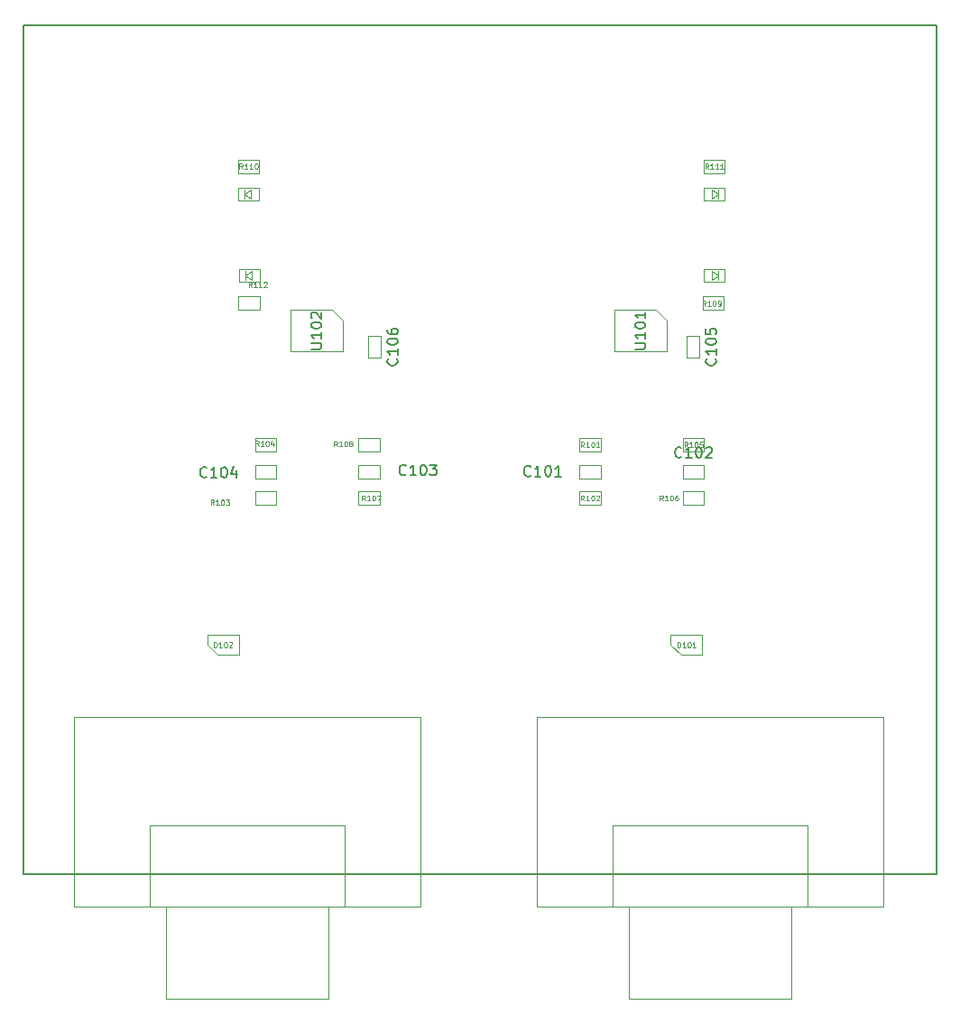
<source format=gbr>
G04 #@! TF.FileFunction,Other,Fab,Top*
%FSLAX46Y46*%
G04 Gerber Fmt 4.6, Leading zero omitted, Abs format (unit mm)*
G04 Created by KiCad (PCBNEW 4.0.7-e2-6376~58~ubuntu16.04.1) date Tue Nov 20 12:23:16 2018*
%MOMM*%
%LPD*%
G01*
G04 APERTURE LIST*
%ADD10C,0.100000*%
%ADD11C,0.150000*%
%ADD12C,0.075000*%
G04 APERTURE END LIST*
D10*
D11*
X151500000Y-133950000D02*
X65800000Y-133950000D01*
X65800000Y-133950000D02*
X65800000Y-54395000D01*
X151500000Y-54395000D02*
X151500000Y-133950000D01*
X65800000Y-54395000D02*
X151500000Y-54395000D01*
D10*
X87950000Y-79830000D02*
X87950000Y-81070000D01*
X85950000Y-79830000D02*
X87950000Y-79830000D01*
X85950000Y-81070000D02*
X85950000Y-79830000D01*
X87950000Y-81070000D02*
X85950000Y-81070000D01*
X129600000Y-68270000D02*
X129600000Y-67030000D01*
X131600000Y-68270000D02*
X129600000Y-68270000D01*
X131600000Y-67030000D02*
X131600000Y-68270000D01*
X129600000Y-67030000D02*
X131600000Y-67030000D01*
X86600000Y-77450000D02*
X86600000Y-78250000D01*
X86600000Y-77850000D02*
X87200000Y-77450000D01*
X87200000Y-78250000D02*
X86600000Y-77850000D01*
X87200000Y-77450000D02*
X87200000Y-78250000D01*
X86000000Y-78470000D02*
X86000000Y-77230000D01*
X88000000Y-78470000D02*
X86000000Y-78470000D01*
X88000000Y-77230000D02*
X88000000Y-78470000D01*
X86000000Y-77230000D02*
X88000000Y-77230000D01*
X131000000Y-70650000D02*
X131000000Y-69850000D01*
X131000000Y-70250000D02*
X130400000Y-70650000D01*
X130400000Y-69850000D02*
X131000000Y-70250000D01*
X130400000Y-70650000D02*
X130400000Y-69850000D01*
X131600000Y-69630000D02*
X131600000Y-70870000D01*
X129600000Y-69630000D02*
X131600000Y-69630000D01*
X129600000Y-70870000D02*
X129600000Y-69630000D01*
X131600000Y-70870000D02*
X129600000Y-70870000D01*
X117950000Y-96870000D02*
X117950000Y-95630000D01*
X119950000Y-96870000D02*
X117950000Y-96870000D01*
X119950000Y-95630000D02*
X119950000Y-96870000D01*
X117950000Y-95630000D02*
X119950000Y-95630000D01*
X127650000Y-96870000D02*
X127650000Y-95630000D01*
X129650000Y-96870000D02*
X127650000Y-96870000D01*
X129650000Y-95630000D02*
X129650000Y-96870000D01*
X127650000Y-95630000D02*
X129650000Y-95630000D01*
X99200000Y-95630000D02*
X99200000Y-96870000D01*
X97200000Y-95630000D02*
X99200000Y-95630000D01*
X97200000Y-96870000D02*
X97200000Y-95630000D01*
X99200000Y-96870000D02*
X97200000Y-96870000D01*
X89500000Y-95630000D02*
X89500000Y-96870000D01*
X87500000Y-95630000D02*
X89500000Y-95630000D01*
X87500000Y-96870000D02*
X87500000Y-95630000D01*
X89500000Y-96870000D02*
X87500000Y-96870000D01*
X127980000Y-83550000D02*
X129220000Y-83550000D01*
X127980000Y-85550000D02*
X127980000Y-83550000D01*
X129220000Y-85550000D02*
X127980000Y-85550000D01*
X129220000Y-83550000D02*
X129220000Y-85550000D01*
X98080000Y-83550000D02*
X99320000Y-83550000D01*
X98080000Y-85550000D02*
X98080000Y-83550000D01*
X99320000Y-85550000D02*
X98080000Y-85550000D01*
X99320000Y-83550000D02*
X99320000Y-85550000D01*
X146470000Y-119290000D02*
X113960000Y-119290000D01*
X113960000Y-119290000D02*
X113960000Y-137070000D01*
X113960000Y-137070000D02*
X146470000Y-137070000D01*
X146470000Y-137070000D02*
X146470000Y-119290000D01*
X139360000Y-137070000D02*
X139360000Y-129450000D01*
X139360000Y-129450000D02*
X121070000Y-129450000D01*
X121070000Y-129450000D02*
X121070000Y-137070000D01*
X137830000Y-137070000D02*
X137830000Y-145710000D01*
X137830000Y-145710000D02*
X122590000Y-145710000D01*
X122590000Y-145710000D02*
X122590000Y-137070000D01*
X103010000Y-119290000D02*
X70500000Y-119290000D01*
X70500000Y-119290000D02*
X70500000Y-137070000D01*
X70500000Y-137070000D02*
X103010000Y-137070000D01*
X103010000Y-137070000D02*
X103010000Y-119290000D01*
X95900000Y-137070000D02*
X95900000Y-129450000D01*
X95900000Y-129450000D02*
X77610000Y-129450000D01*
X77610000Y-129450000D02*
X77610000Y-137070000D01*
X94370000Y-137070000D02*
X94370000Y-145710000D01*
X94370000Y-145710000D02*
X79130000Y-145710000D01*
X79130000Y-145710000D02*
X79130000Y-137070000D01*
X119950000Y-93130000D02*
X119950000Y-94370000D01*
X117950000Y-93130000D02*
X119950000Y-93130000D01*
X117950000Y-94370000D02*
X117950000Y-93130000D01*
X119950000Y-94370000D02*
X117950000Y-94370000D01*
X119950000Y-98130000D02*
X119950000Y-99370000D01*
X117950000Y-98130000D02*
X119950000Y-98130000D01*
X117950000Y-99370000D02*
X117950000Y-98130000D01*
X119950000Y-99370000D02*
X117950000Y-99370000D01*
X89500000Y-98130000D02*
X89500000Y-99370000D01*
X87500000Y-98130000D02*
X89500000Y-98130000D01*
X87500000Y-99370000D02*
X87500000Y-98130000D01*
X89500000Y-99370000D02*
X87500000Y-99370000D01*
X89500000Y-93130000D02*
X89500000Y-94370000D01*
X87500000Y-93130000D02*
X89500000Y-93130000D01*
X87500000Y-94370000D02*
X87500000Y-93130000D01*
X89500000Y-94370000D02*
X87500000Y-94370000D01*
X129650000Y-93130000D02*
X129650000Y-94370000D01*
X127650000Y-93130000D02*
X129650000Y-93130000D01*
X127650000Y-94370000D02*
X127650000Y-93130000D01*
X129650000Y-94370000D02*
X127650000Y-94370000D01*
X129650000Y-98130000D02*
X129650000Y-99370000D01*
X127650000Y-98130000D02*
X129650000Y-98130000D01*
X127650000Y-99370000D02*
X127650000Y-98130000D01*
X129650000Y-99370000D02*
X127650000Y-99370000D01*
X99200000Y-98130000D02*
X99200000Y-99370000D01*
X97200000Y-98130000D02*
X99200000Y-98130000D01*
X97200000Y-99370000D02*
X97200000Y-98130000D01*
X99200000Y-99370000D02*
X97200000Y-99370000D01*
X99200000Y-93130000D02*
X99200000Y-94370000D01*
X97200000Y-93130000D02*
X99200000Y-93130000D01*
X97200000Y-94370000D02*
X97200000Y-93130000D01*
X99200000Y-94370000D02*
X97200000Y-94370000D01*
X126150000Y-82100000D02*
X126150000Y-85000000D01*
X126150000Y-85000000D02*
X121250000Y-85000000D01*
X121250000Y-85000000D02*
X121250000Y-81100000D01*
X121250000Y-81100000D02*
X125150000Y-81100000D01*
X125150000Y-81100000D02*
X126150000Y-82100000D01*
X95750000Y-82100000D02*
X95750000Y-85000000D01*
X95750000Y-85000000D02*
X90850000Y-85000000D01*
X90850000Y-85000000D02*
X90850000Y-81100000D01*
X90850000Y-81100000D02*
X94750000Y-81100000D01*
X94750000Y-81100000D02*
X95750000Y-82100000D01*
X131000000Y-78250000D02*
X131000000Y-77450000D01*
X131000000Y-77850000D02*
X130400000Y-78250000D01*
X130400000Y-77450000D02*
X131000000Y-77850000D01*
X130400000Y-78250000D02*
X130400000Y-77450000D01*
X131600000Y-77230000D02*
X131600000Y-78470000D01*
X129600000Y-77230000D02*
X131600000Y-77230000D01*
X129600000Y-78470000D02*
X129600000Y-77230000D01*
X131600000Y-78470000D02*
X129600000Y-78470000D01*
X86500000Y-69850000D02*
X86500000Y-70650000D01*
X86500000Y-70250000D02*
X87100000Y-69850000D01*
X87100000Y-70650000D02*
X86500000Y-70250000D01*
X87100000Y-69850000D02*
X87100000Y-70650000D01*
X85900000Y-70870000D02*
X85900000Y-69630000D01*
X87900000Y-70870000D02*
X85900000Y-70870000D01*
X87900000Y-69630000D02*
X87900000Y-70870000D01*
X85900000Y-69630000D02*
X87900000Y-69630000D01*
X129500000Y-81070000D02*
X129500000Y-79830000D01*
X131500000Y-81070000D02*
X129500000Y-81070000D01*
X131500000Y-79830000D02*
X131500000Y-81070000D01*
X129500000Y-79830000D02*
X131500000Y-79830000D01*
X87900000Y-67030000D02*
X87900000Y-68270000D01*
X85900000Y-67030000D02*
X87900000Y-67030000D01*
X85900000Y-68270000D02*
X85900000Y-67030000D01*
X87900000Y-68270000D02*
X85900000Y-68270000D01*
X127510000Y-113455000D02*
X129490000Y-113455000D01*
X126510000Y-112455000D02*
X126510000Y-111545000D01*
X127510000Y-113455000D02*
X126510000Y-112455000D01*
X126510000Y-111545000D02*
X129490000Y-111545000D01*
X129490000Y-113455000D02*
X129490000Y-111545000D01*
X84010000Y-113455000D02*
X85990000Y-113455000D01*
X83010000Y-112455000D02*
X83010000Y-111545000D01*
X84010000Y-113455000D02*
X83010000Y-112455000D01*
X83010000Y-111545000D02*
X85990000Y-111545000D01*
X85990000Y-113455000D02*
X85990000Y-111545000D01*
D12*
X87190477Y-78976190D02*
X87023810Y-78738095D01*
X86904763Y-78976190D02*
X86904763Y-78476190D01*
X87095239Y-78476190D01*
X87142858Y-78500000D01*
X87166667Y-78523810D01*
X87190477Y-78571429D01*
X87190477Y-78642857D01*
X87166667Y-78690476D01*
X87142858Y-78714286D01*
X87095239Y-78738095D01*
X86904763Y-78738095D01*
X87666667Y-78976190D02*
X87380953Y-78976190D01*
X87523810Y-78976190D02*
X87523810Y-78476190D01*
X87476191Y-78547619D01*
X87428572Y-78595238D01*
X87380953Y-78619048D01*
X88142857Y-78976190D02*
X87857143Y-78976190D01*
X88000000Y-78976190D02*
X88000000Y-78476190D01*
X87952381Y-78547619D01*
X87904762Y-78595238D01*
X87857143Y-78619048D01*
X88333333Y-78523810D02*
X88357143Y-78500000D01*
X88404762Y-78476190D01*
X88523809Y-78476190D01*
X88571428Y-78500000D01*
X88595238Y-78523810D01*
X88619047Y-78571429D01*
X88619047Y-78619048D01*
X88595238Y-78690476D01*
X88309524Y-78976190D01*
X88619047Y-78976190D01*
X130040477Y-67876190D02*
X129873810Y-67638095D01*
X129754763Y-67876190D02*
X129754763Y-67376190D01*
X129945239Y-67376190D01*
X129992858Y-67400000D01*
X130016667Y-67423810D01*
X130040477Y-67471429D01*
X130040477Y-67542857D01*
X130016667Y-67590476D01*
X129992858Y-67614286D01*
X129945239Y-67638095D01*
X129754763Y-67638095D01*
X130516667Y-67876190D02*
X130230953Y-67876190D01*
X130373810Y-67876190D02*
X130373810Y-67376190D01*
X130326191Y-67447619D01*
X130278572Y-67495238D01*
X130230953Y-67519048D01*
X130992857Y-67876190D02*
X130707143Y-67876190D01*
X130850000Y-67876190D02*
X130850000Y-67376190D01*
X130802381Y-67447619D01*
X130754762Y-67495238D01*
X130707143Y-67519048D01*
X131469047Y-67876190D02*
X131183333Y-67876190D01*
X131326190Y-67876190D02*
X131326190Y-67376190D01*
X131278571Y-67447619D01*
X131230952Y-67495238D01*
X131183333Y-67519048D01*
D11*
X113380953Y-96607143D02*
X113333334Y-96654762D01*
X113190477Y-96702381D01*
X113095239Y-96702381D01*
X112952381Y-96654762D01*
X112857143Y-96559524D01*
X112809524Y-96464286D01*
X112761905Y-96273810D01*
X112761905Y-96130952D01*
X112809524Y-95940476D01*
X112857143Y-95845238D01*
X112952381Y-95750000D01*
X113095239Y-95702381D01*
X113190477Y-95702381D01*
X113333334Y-95750000D01*
X113380953Y-95797619D01*
X114333334Y-96702381D02*
X113761905Y-96702381D01*
X114047619Y-96702381D02*
X114047619Y-95702381D01*
X113952381Y-95845238D01*
X113857143Y-95940476D01*
X113761905Y-95988095D01*
X114952381Y-95702381D02*
X115047620Y-95702381D01*
X115142858Y-95750000D01*
X115190477Y-95797619D01*
X115238096Y-95892857D01*
X115285715Y-96083333D01*
X115285715Y-96321429D01*
X115238096Y-96511905D01*
X115190477Y-96607143D01*
X115142858Y-96654762D01*
X115047620Y-96702381D01*
X114952381Y-96702381D01*
X114857143Y-96654762D01*
X114809524Y-96607143D01*
X114761905Y-96511905D01*
X114714286Y-96321429D01*
X114714286Y-96083333D01*
X114761905Y-95892857D01*
X114809524Y-95797619D01*
X114857143Y-95750000D01*
X114952381Y-95702381D01*
X116238096Y-96702381D02*
X115666667Y-96702381D01*
X115952381Y-96702381D02*
X115952381Y-95702381D01*
X115857143Y-95845238D01*
X115761905Y-95940476D01*
X115666667Y-95988095D01*
X127530953Y-94857143D02*
X127483334Y-94904762D01*
X127340477Y-94952381D01*
X127245239Y-94952381D01*
X127102381Y-94904762D01*
X127007143Y-94809524D01*
X126959524Y-94714286D01*
X126911905Y-94523810D01*
X126911905Y-94380952D01*
X126959524Y-94190476D01*
X127007143Y-94095238D01*
X127102381Y-94000000D01*
X127245239Y-93952381D01*
X127340477Y-93952381D01*
X127483334Y-94000000D01*
X127530953Y-94047619D01*
X128483334Y-94952381D02*
X127911905Y-94952381D01*
X128197619Y-94952381D02*
X128197619Y-93952381D01*
X128102381Y-94095238D01*
X128007143Y-94190476D01*
X127911905Y-94238095D01*
X129102381Y-93952381D02*
X129197620Y-93952381D01*
X129292858Y-94000000D01*
X129340477Y-94047619D01*
X129388096Y-94142857D01*
X129435715Y-94333333D01*
X129435715Y-94571429D01*
X129388096Y-94761905D01*
X129340477Y-94857143D01*
X129292858Y-94904762D01*
X129197620Y-94952381D01*
X129102381Y-94952381D01*
X129007143Y-94904762D01*
X128959524Y-94857143D01*
X128911905Y-94761905D01*
X128864286Y-94571429D01*
X128864286Y-94333333D01*
X128911905Y-94142857D01*
X128959524Y-94047619D01*
X129007143Y-94000000D01*
X129102381Y-93952381D01*
X129816667Y-94047619D02*
X129864286Y-94000000D01*
X129959524Y-93952381D01*
X130197620Y-93952381D01*
X130292858Y-94000000D01*
X130340477Y-94047619D01*
X130388096Y-94142857D01*
X130388096Y-94238095D01*
X130340477Y-94380952D01*
X129769048Y-94952381D01*
X130388096Y-94952381D01*
X101680953Y-96507143D02*
X101633334Y-96554762D01*
X101490477Y-96602381D01*
X101395239Y-96602381D01*
X101252381Y-96554762D01*
X101157143Y-96459524D01*
X101109524Y-96364286D01*
X101061905Y-96173810D01*
X101061905Y-96030952D01*
X101109524Y-95840476D01*
X101157143Y-95745238D01*
X101252381Y-95650000D01*
X101395239Y-95602381D01*
X101490477Y-95602381D01*
X101633334Y-95650000D01*
X101680953Y-95697619D01*
X102633334Y-96602381D02*
X102061905Y-96602381D01*
X102347619Y-96602381D02*
X102347619Y-95602381D01*
X102252381Y-95745238D01*
X102157143Y-95840476D01*
X102061905Y-95888095D01*
X103252381Y-95602381D02*
X103347620Y-95602381D01*
X103442858Y-95650000D01*
X103490477Y-95697619D01*
X103538096Y-95792857D01*
X103585715Y-95983333D01*
X103585715Y-96221429D01*
X103538096Y-96411905D01*
X103490477Y-96507143D01*
X103442858Y-96554762D01*
X103347620Y-96602381D01*
X103252381Y-96602381D01*
X103157143Y-96554762D01*
X103109524Y-96507143D01*
X103061905Y-96411905D01*
X103014286Y-96221429D01*
X103014286Y-95983333D01*
X103061905Y-95792857D01*
X103109524Y-95697619D01*
X103157143Y-95650000D01*
X103252381Y-95602381D01*
X103919048Y-95602381D02*
X104538096Y-95602381D01*
X104204762Y-95983333D01*
X104347620Y-95983333D01*
X104442858Y-96030952D01*
X104490477Y-96078571D01*
X104538096Y-96173810D01*
X104538096Y-96411905D01*
X104490477Y-96507143D01*
X104442858Y-96554762D01*
X104347620Y-96602381D01*
X104061905Y-96602381D01*
X103966667Y-96554762D01*
X103919048Y-96507143D01*
X82980953Y-96707143D02*
X82933334Y-96754762D01*
X82790477Y-96802381D01*
X82695239Y-96802381D01*
X82552381Y-96754762D01*
X82457143Y-96659524D01*
X82409524Y-96564286D01*
X82361905Y-96373810D01*
X82361905Y-96230952D01*
X82409524Y-96040476D01*
X82457143Y-95945238D01*
X82552381Y-95850000D01*
X82695239Y-95802381D01*
X82790477Y-95802381D01*
X82933334Y-95850000D01*
X82980953Y-95897619D01*
X83933334Y-96802381D02*
X83361905Y-96802381D01*
X83647619Y-96802381D02*
X83647619Y-95802381D01*
X83552381Y-95945238D01*
X83457143Y-96040476D01*
X83361905Y-96088095D01*
X84552381Y-95802381D02*
X84647620Y-95802381D01*
X84742858Y-95850000D01*
X84790477Y-95897619D01*
X84838096Y-95992857D01*
X84885715Y-96183333D01*
X84885715Y-96421429D01*
X84838096Y-96611905D01*
X84790477Y-96707143D01*
X84742858Y-96754762D01*
X84647620Y-96802381D01*
X84552381Y-96802381D01*
X84457143Y-96754762D01*
X84409524Y-96707143D01*
X84361905Y-96611905D01*
X84314286Y-96421429D01*
X84314286Y-96183333D01*
X84361905Y-95992857D01*
X84409524Y-95897619D01*
X84457143Y-95850000D01*
X84552381Y-95802381D01*
X85742858Y-96135714D02*
X85742858Y-96802381D01*
X85504762Y-95754762D02*
X85266667Y-96469048D01*
X85885715Y-96469048D01*
X130707143Y-85669047D02*
X130754762Y-85716666D01*
X130802381Y-85859523D01*
X130802381Y-85954761D01*
X130754762Y-86097619D01*
X130659524Y-86192857D01*
X130564286Y-86240476D01*
X130373810Y-86288095D01*
X130230952Y-86288095D01*
X130040476Y-86240476D01*
X129945238Y-86192857D01*
X129850000Y-86097619D01*
X129802381Y-85954761D01*
X129802381Y-85859523D01*
X129850000Y-85716666D01*
X129897619Y-85669047D01*
X130802381Y-84716666D02*
X130802381Y-85288095D01*
X130802381Y-85002381D02*
X129802381Y-85002381D01*
X129945238Y-85097619D01*
X130040476Y-85192857D01*
X130088095Y-85288095D01*
X129802381Y-84097619D02*
X129802381Y-84002380D01*
X129850000Y-83907142D01*
X129897619Y-83859523D01*
X129992857Y-83811904D01*
X130183333Y-83764285D01*
X130421429Y-83764285D01*
X130611905Y-83811904D01*
X130707143Y-83859523D01*
X130754762Y-83907142D01*
X130802381Y-84002380D01*
X130802381Y-84097619D01*
X130754762Y-84192857D01*
X130707143Y-84240476D01*
X130611905Y-84288095D01*
X130421429Y-84335714D01*
X130183333Y-84335714D01*
X129992857Y-84288095D01*
X129897619Y-84240476D01*
X129850000Y-84192857D01*
X129802381Y-84097619D01*
X129802381Y-82859523D02*
X129802381Y-83335714D01*
X130278571Y-83383333D01*
X130230952Y-83335714D01*
X130183333Y-83240476D01*
X130183333Y-83002380D01*
X130230952Y-82907142D01*
X130278571Y-82859523D01*
X130373810Y-82811904D01*
X130611905Y-82811904D01*
X130707143Y-82859523D01*
X130754762Y-82907142D01*
X130802381Y-83002380D01*
X130802381Y-83240476D01*
X130754762Y-83335714D01*
X130707143Y-83383333D01*
X100807143Y-85669047D02*
X100854762Y-85716666D01*
X100902381Y-85859523D01*
X100902381Y-85954761D01*
X100854762Y-86097619D01*
X100759524Y-86192857D01*
X100664286Y-86240476D01*
X100473810Y-86288095D01*
X100330952Y-86288095D01*
X100140476Y-86240476D01*
X100045238Y-86192857D01*
X99950000Y-86097619D01*
X99902381Y-85954761D01*
X99902381Y-85859523D01*
X99950000Y-85716666D01*
X99997619Y-85669047D01*
X100902381Y-84716666D02*
X100902381Y-85288095D01*
X100902381Y-85002381D02*
X99902381Y-85002381D01*
X100045238Y-85097619D01*
X100140476Y-85192857D01*
X100188095Y-85288095D01*
X99902381Y-84097619D02*
X99902381Y-84002380D01*
X99950000Y-83907142D01*
X99997619Y-83859523D01*
X100092857Y-83811904D01*
X100283333Y-83764285D01*
X100521429Y-83764285D01*
X100711905Y-83811904D01*
X100807143Y-83859523D01*
X100854762Y-83907142D01*
X100902381Y-84002380D01*
X100902381Y-84097619D01*
X100854762Y-84192857D01*
X100807143Y-84240476D01*
X100711905Y-84288095D01*
X100521429Y-84335714D01*
X100283333Y-84335714D01*
X100092857Y-84288095D01*
X99997619Y-84240476D01*
X99950000Y-84192857D01*
X99902381Y-84097619D01*
X99902381Y-82907142D02*
X99902381Y-83097619D01*
X99950000Y-83192857D01*
X99997619Y-83240476D01*
X100140476Y-83335714D01*
X100330952Y-83383333D01*
X100711905Y-83383333D01*
X100807143Y-83335714D01*
X100854762Y-83288095D01*
X100902381Y-83192857D01*
X100902381Y-83002380D01*
X100854762Y-82907142D01*
X100807143Y-82859523D01*
X100711905Y-82811904D01*
X100473810Y-82811904D01*
X100378571Y-82859523D01*
X100330952Y-82907142D01*
X100283333Y-83002380D01*
X100283333Y-83192857D01*
X100330952Y-83288095D01*
X100378571Y-83335714D01*
X100473810Y-83383333D01*
D12*
X118390477Y-93976190D02*
X118223810Y-93738095D01*
X118104763Y-93976190D02*
X118104763Y-93476190D01*
X118295239Y-93476190D01*
X118342858Y-93500000D01*
X118366667Y-93523810D01*
X118390477Y-93571429D01*
X118390477Y-93642857D01*
X118366667Y-93690476D01*
X118342858Y-93714286D01*
X118295239Y-93738095D01*
X118104763Y-93738095D01*
X118866667Y-93976190D02*
X118580953Y-93976190D01*
X118723810Y-93976190D02*
X118723810Y-93476190D01*
X118676191Y-93547619D01*
X118628572Y-93595238D01*
X118580953Y-93619048D01*
X119176191Y-93476190D02*
X119223810Y-93476190D01*
X119271429Y-93500000D01*
X119295238Y-93523810D01*
X119319048Y-93571429D01*
X119342857Y-93666667D01*
X119342857Y-93785714D01*
X119319048Y-93880952D01*
X119295238Y-93928571D01*
X119271429Y-93952381D01*
X119223810Y-93976190D01*
X119176191Y-93976190D01*
X119128572Y-93952381D01*
X119104762Y-93928571D01*
X119080953Y-93880952D01*
X119057143Y-93785714D01*
X119057143Y-93666667D01*
X119080953Y-93571429D01*
X119104762Y-93523810D01*
X119128572Y-93500000D01*
X119176191Y-93476190D01*
X119819047Y-93976190D02*
X119533333Y-93976190D01*
X119676190Y-93976190D02*
X119676190Y-93476190D01*
X119628571Y-93547619D01*
X119580952Y-93595238D01*
X119533333Y-93619048D01*
X118390477Y-98976190D02*
X118223810Y-98738095D01*
X118104763Y-98976190D02*
X118104763Y-98476190D01*
X118295239Y-98476190D01*
X118342858Y-98500000D01*
X118366667Y-98523810D01*
X118390477Y-98571429D01*
X118390477Y-98642857D01*
X118366667Y-98690476D01*
X118342858Y-98714286D01*
X118295239Y-98738095D01*
X118104763Y-98738095D01*
X118866667Y-98976190D02*
X118580953Y-98976190D01*
X118723810Y-98976190D02*
X118723810Y-98476190D01*
X118676191Y-98547619D01*
X118628572Y-98595238D01*
X118580953Y-98619048D01*
X119176191Y-98476190D02*
X119223810Y-98476190D01*
X119271429Y-98500000D01*
X119295238Y-98523810D01*
X119319048Y-98571429D01*
X119342857Y-98666667D01*
X119342857Y-98785714D01*
X119319048Y-98880952D01*
X119295238Y-98928571D01*
X119271429Y-98952381D01*
X119223810Y-98976190D01*
X119176191Y-98976190D01*
X119128572Y-98952381D01*
X119104762Y-98928571D01*
X119080953Y-98880952D01*
X119057143Y-98785714D01*
X119057143Y-98666667D01*
X119080953Y-98571429D01*
X119104762Y-98523810D01*
X119128572Y-98500000D01*
X119176191Y-98476190D01*
X119533333Y-98523810D02*
X119557143Y-98500000D01*
X119604762Y-98476190D01*
X119723809Y-98476190D01*
X119771428Y-98500000D01*
X119795238Y-98523810D01*
X119819047Y-98571429D01*
X119819047Y-98619048D01*
X119795238Y-98690476D01*
X119509524Y-98976190D01*
X119819047Y-98976190D01*
X83640477Y-99376190D02*
X83473810Y-99138095D01*
X83354763Y-99376190D02*
X83354763Y-98876190D01*
X83545239Y-98876190D01*
X83592858Y-98900000D01*
X83616667Y-98923810D01*
X83640477Y-98971429D01*
X83640477Y-99042857D01*
X83616667Y-99090476D01*
X83592858Y-99114286D01*
X83545239Y-99138095D01*
X83354763Y-99138095D01*
X84116667Y-99376190D02*
X83830953Y-99376190D01*
X83973810Y-99376190D02*
X83973810Y-98876190D01*
X83926191Y-98947619D01*
X83878572Y-98995238D01*
X83830953Y-99019048D01*
X84426191Y-98876190D02*
X84473810Y-98876190D01*
X84521429Y-98900000D01*
X84545238Y-98923810D01*
X84569048Y-98971429D01*
X84592857Y-99066667D01*
X84592857Y-99185714D01*
X84569048Y-99280952D01*
X84545238Y-99328571D01*
X84521429Y-99352381D01*
X84473810Y-99376190D01*
X84426191Y-99376190D01*
X84378572Y-99352381D01*
X84354762Y-99328571D01*
X84330953Y-99280952D01*
X84307143Y-99185714D01*
X84307143Y-99066667D01*
X84330953Y-98971429D01*
X84354762Y-98923810D01*
X84378572Y-98900000D01*
X84426191Y-98876190D01*
X84759524Y-98876190D02*
X85069047Y-98876190D01*
X84902381Y-99066667D01*
X84973809Y-99066667D01*
X85021428Y-99090476D01*
X85045238Y-99114286D01*
X85069047Y-99161905D01*
X85069047Y-99280952D01*
X85045238Y-99328571D01*
X85021428Y-99352381D01*
X84973809Y-99376190D01*
X84830952Y-99376190D01*
X84783333Y-99352381D01*
X84759524Y-99328571D01*
X87840477Y-93876190D02*
X87673810Y-93638095D01*
X87554763Y-93876190D02*
X87554763Y-93376190D01*
X87745239Y-93376190D01*
X87792858Y-93400000D01*
X87816667Y-93423810D01*
X87840477Y-93471429D01*
X87840477Y-93542857D01*
X87816667Y-93590476D01*
X87792858Y-93614286D01*
X87745239Y-93638095D01*
X87554763Y-93638095D01*
X88316667Y-93876190D02*
X88030953Y-93876190D01*
X88173810Y-93876190D02*
X88173810Y-93376190D01*
X88126191Y-93447619D01*
X88078572Y-93495238D01*
X88030953Y-93519048D01*
X88626191Y-93376190D02*
X88673810Y-93376190D01*
X88721429Y-93400000D01*
X88745238Y-93423810D01*
X88769048Y-93471429D01*
X88792857Y-93566667D01*
X88792857Y-93685714D01*
X88769048Y-93780952D01*
X88745238Y-93828571D01*
X88721429Y-93852381D01*
X88673810Y-93876190D01*
X88626191Y-93876190D01*
X88578572Y-93852381D01*
X88554762Y-93828571D01*
X88530953Y-93780952D01*
X88507143Y-93685714D01*
X88507143Y-93566667D01*
X88530953Y-93471429D01*
X88554762Y-93423810D01*
X88578572Y-93400000D01*
X88626191Y-93376190D01*
X89221428Y-93542857D02*
X89221428Y-93876190D01*
X89102381Y-93352381D02*
X88983333Y-93709524D01*
X89292857Y-93709524D01*
X128090477Y-93976190D02*
X127923810Y-93738095D01*
X127804763Y-93976190D02*
X127804763Y-93476190D01*
X127995239Y-93476190D01*
X128042858Y-93500000D01*
X128066667Y-93523810D01*
X128090477Y-93571429D01*
X128090477Y-93642857D01*
X128066667Y-93690476D01*
X128042858Y-93714286D01*
X127995239Y-93738095D01*
X127804763Y-93738095D01*
X128566667Y-93976190D02*
X128280953Y-93976190D01*
X128423810Y-93976190D02*
X128423810Y-93476190D01*
X128376191Y-93547619D01*
X128328572Y-93595238D01*
X128280953Y-93619048D01*
X128876191Y-93476190D02*
X128923810Y-93476190D01*
X128971429Y-93500000D01*
X128995238Y-93523810D01*
X129019048Y-93571429D01*
X129042857Y-93666667D01*
X129042857Y-93785714D01*
X129019048Y-93880952D01*
X128995238Y-93928571D01*
X128971429Y-93952381D01*
X128923810Y-93976190D01*
X128876191Y-93976190D01*
X128828572Y-93952381D01*
X128804762Y-93928571D01*
X128780953Y-93880952D01*
X128757143Y-93785714D01*
X128757143Y-93666667D01*
X128780953Y-93571429D01*
X128804762Y-93523810D01*
X128828572Y-93500000D01*
X128876191Y-93476190D01*
X129495238Y-93476190D02*
X129257143Y-93476190D01*
X129233333Y-93714286D01*
X129257143Y-93690476D01*
X129304762Y-93666667D01*
X129423809Y-93666667D01*
X129471428Y-93690476D01*
X129495238Y-93714286D01*
X129519047Y-93761905D01*
X129519047Y-93880952D01*
X129495238Y-93928571D01*
X129471428Y-93952381D01*
X129423809Y-93976190D01*
X129304762Y-93976190D01*
X129257143Y-93952381D01*
X129233333Y-93928571D01*
X125790477Y-98976190D02*
X125623810Y-98738095D01*
X125504763Y-98976190D02*
X125504763Y-98476190D01*
X125695239Y-98476190D01*
X125742858Y-98500000D01*
X125766667Y-98523810D01*
X125790477Y-98571429D01*
X125790477Y-98642857D01*
X125766667Y-98690476D01*
X125742858Y-98714286D01*
X125695239Y-98738095D01*
X125504763Y-98738095D01*
X126266667Y-98976190D02*
X125980953Y-98976190D01*
X126123810Y-98976190D02*
X126123810Y-98476190D01*
X126076191Y-98547619D01*
X126028572Y-98595238D01*
X125980953Y-98619048D01*
X126576191Y-98476190D02*
X126623810Y-98476190D01*
X126671429Y-98500000D01*
X126695238Y-98523810D01*
X126719048Y-98571429D01*
X126742857Y-98666667D01*
X126742857Y-98785714D01*
X126719048Y-98880952D01*
X126695238Y-98928571D01*
X126671429Y-98952381D01*
X126623810Y-98976190D01*
X126576191Y-98976190D01*
X126528572Y-98952381D01*
X126504762Y-98928571D01*
X126480953Y-98880952D01*
X126457143Y-98785714D01*
X126457143Y-98666667D01*
X126480953Y-98571429D01*
X126504762Y-98523810D01*
X126528572Y-98500000D01*
X126576191Y-98476190D01*
X127171428Y-98476190D02*
X127076190Y-98476190D01*
X127028571Y-98500000D01*
X127004762Y-98523810D01*
X126957143Y-98595238D01*
X126933333Y-98690476D01*
X126933333Y-98880952D01*
X126957143Y-98928571D01*
X126980952Y-98952381D01*
X127028571Y-98976190D01*
X127123809Y-98976190D01*
X127171428Y-98952381D01*
X127195238Y-98928571D01*
X127219047Y-98880952D01*
X127219047Y-98761905D01*
X127195238Y-98714286D01*
X127171428Y-98690476D01*
X127123809Y-98666667D01*
X127028571Y-98666667D01*
X126980952Y-98690476D01*
X126957143Y-98714286D01*
X126933333Y-98761905D01*
X97840477Y-98976190D02*
X97673810Y-98738095D01*
X97554763Y-98976190D02*
X97554763Y-98476190D01*
X97745239Y-98476190D01*
X97792858Y-98500000D01*
X97816667Y-98523810D01*
X97840477Y-98571429D01*
X97840477Y-98642857D01*
X97816667Y-98690476D01*
X97792858Y-98714286D01*
X97745239Y-98738095D01*
X97554763Y-98738095D01*
X98316667Y-98976190D02*
X98030953Y-98976190D01*
X98173810Y-98976190D02*
X98173810Y-98476190D01*
X98126191Y-98547619D01*
X98078572Y-98595238D01*
X98030953Y-98619048D01*
X98626191Y-98476190D02*
X98673810Y-98476190D01*
X98721429Y-98500000D01*
X98745238Y-98523810D01*
X98769048Y-98571429D01*
X98792857Y-98666667D01*
X98792857Y-98785714D01*
X98769048Y-98880952D01*
X98745238Y-98928571D01*
X98721429Y-98952381D01*
X98673810Y-98976190D01*
X98626191Y-98976190D01*
X98578572Y-98952381D01*
X98554762Y-98928571D01*
X98530953Y-98880952D01*
X98507143Y-98785714D01*
X98507143Y-98666667D01*
X98530953Y-98571429D01*
X98554762Y-98523810D01*
X98578572Y-98500000D01*
X98626191Y-98476190D01*
X98959524Y-98476190D02*
X99292857Y-98476190D01*
X99078571Y-98976190D01*
X95215477Y-93901190D02*
X95048810Y-93663095D01*
X94929763Y-93901190D02*
X94929763Y-93401190D01*
X95120239Y-93401190D01*
X95167858Y-93425000D01*
X95191667Y-93448810D01*
X95215477Y-93496429D01*
X95215477Y-93567857D01*
X95191667Y-93615476D01*
X95167858Y-93639286D01*
X95120239Y-93663095D01*
X94929763Y-93663095D01*
X95691667Y-93901190D02*
X95405953Y-93901190D01*
X95548810Y-93901190D02*
X95548810Y-93401190D01*
X95501191Y-93472619D01*
X95453572Y-93520238D01*
X95405953Y-93544048D01*
X96001191Y-93401190D02*
X96048810Y-93401190D01*
X96096429Y-93425000D01*
X96120238Y-93448810D01*
X96144048Y-93496429D01*
X96167857Y-93591667D01*
X96167857Y-93710714D01*
X96144048Y-93805952D01*
X96120238Y-93853571D01*
X96096429Y-93877381D01*
X96048810Y-93901190D01*
X96001191Y-93901190D01*
X95953572Y-93877381D01*
X95929762Y-93853571D01*
X95905953Y-93805952D01*
X95882143Y-93710714D01*
X95882143Y-93591667D01*
X95905953Y-93496429D01*
X95929762Y-93448810D01*
X95953572Y-93425000D01*
X96001191Y-93401190D01*
X96453571Y-93615476D02*
X96405952Y-93591667D01*
X96382143Y-93567857D01*
X96358333Y-93520238D01*
X96358333Y-93496429D01*
X96382143Y-93448810D01*
X96405952Y-93425000D01*
X96453571Y-93401190D01*
X96548809Y-93401190D01*
X96596428Y-93425000D01*
X96620238Y-93448810D01*
X96644047Y-93496429D01*
X96644047Y-93520238D01*
X96620238Y-93567857D01*
X96596428Y-93591667D01*
X96548809Y-93615476D01*
X96453571Y-93615476D01*
X96405952Y-93639286D01*
X96382143Y-93663095D01*
X96358333Y-93710714D01*
X96358333Y-93805952D01*
X96382143Y-93853571D01*
X96405952Y-93877381D01*
X96453571Y-93901190D01*
X96548809Y-93901190D01*
X96596428Y-93877381D01*
X96620238Y-93853571D01*
X96644047Y-93805952D01*
X96644047Y-93710714D01*
X96620238Y-93663095D01*
X96596428Y-93639286D01*
X96548809Y-93615476D01*
D11*
X123152381Y-84764286D02*
X123961905Y-84764286D01*
X124057143Y-84716667D01*
X124104762Y-84669048D01*
X124152381Y-84573810D01*
X124152381Y-84383333D01*
X124104762Y-84288095D01*
X124057143Y-84240476D01*
X123961905Y-84192857D01*
X123152381Y-84192857D01*
X124152381Y-83192857D02*
X124152381Y-83764286D01*
X124152381Y-83478572D02*
X123152381Y-83478572D01*
X123295238Y-83573810D01*
X123390476Y-83669048D01*
X123438095Y-83764286D01*
X123152381Y-82573810D02*
X123152381Y-82478571D01*
X123200000Y-82383333D01*
X123247619Y-82335714D01*
X123342857Y-82288095D01*
X123533333Y-82240476D01*
X123771429Y-82240476D01*
X123961905Y-82288095D01*
X124057143Y-82335714D01*
X124104762Y-82383333D01*
X124152381Y-82478571D01*
X124152381Y-82573810D01*
X124104762Y-82669048D01*
X124057143Y-82716667D01*
X123961905Y-82764286D01*
X123771429Y-82811905D01*
X123533333Y-82811905D01*
X123342857Y-82764286D01*
X123247619Y-82716667D01*
X123200000Y-82669048D01*
X123152381Y-82573810D01*
X124152381Y-81288095D02*
X124152381Y-81859524D01*
X124152381Y-81573810D02*
X123152381Y-81573810D01*
X123295238Y-81669048D01*
X123390476Y-81764286D01*
X123438095Y-81859524D01*
X92752381Y-84764286D02*
X93561905Y-84764286D01*
X93657143Y-84716667D01*
X93704762Y-84669048D01*
X93752381Y-84573810D01*
X93752381Y-84383333D01*
X93704762Y-84288095D01*
X93657143Y-84240476D01*
X93561905Y-84192857D01*
X92752381Y-84192857D01*
X93752381Y-83192857D02*
X93752381Y-83764286D01*
X93752381Y-83478572D02*
X92752381Y-83478572D01*
X92895238Y-83573810D01*
X92990476Y-83669048D01*
X93038095Y-83764286D01*
X92752381Y-82573810D02*
X92752381Y-82478571D01*
X92800000Y-82383333D01*
X92847619Y-82335714D01*
X92942857Y-82288095D01*
X93133333Y-82240476D01*
X93371429Y-82240476D01*
X93561905Y-82288095D01*
X93657143Y-82335714D01*
X93704762Y-82383333D01*
X93752381Y-82478571D01*
X93752381Y-82573810D01*
X93704762Y-82669048D01*
X93657143Y-82716667D01*
X93561905Y-82764286D01*
X93371429Y-82811905D01*
X93133333Y-82811905D01*
X92942857Y-82764286D01*
X92847619Y-82716667D01*
X92800000Y-82669048D01*
X92752381Y-82573810D01*
X92847619Y-81859524D02*
X92800000Y-81811905D01*
X92752381Y-81716667D01*
X92752381Y-81478571D01*
X92800000Y-81383333D01*
X92847619Y-81335714D01*
X92942857Y-81288095D01*
X93038095Y-81288095D01*
X93180952Y-81335714D01*
X93752381Y-81907143D01*
X93752381Y-81288095D01*
D12*
X129787977Y-80731189D02*
X129621310Y-80493094D01*
X129502263Y-80731189D02*
X129502263Y-80231189D01*
X129692739Y-80231189D01*
X129740358Y-80254999D01*
X129764167Y-80278809D01*
X129787977Y-80326428D01*
X129787977Y-80397856D01*
X129764167Y-80445475D01*
X129740358Y-80469285D01*
X129692739Y-80493094D01*
X129502263Y-80493094D01*
X130264167Y-80731189D02*
X129978453Y-80731189D01*
X130121310Y-80731189D02*
X130121310Y-80231189D01*
X130073691Y-80302618D01*
X130026072Y-80350237D01*
X129978453Y-80374047D01*
X130573691Y-80231189D02*
X130621310Y-80231189D01*
X130668929Y-80254999D01*
X130692738Y-80278809D01*
X130716548Y-80326428D01*
X130740357Y-80421666D01*
X130740357Y-80540713D01*
X130716548Y-80635951D01*
X130692738Y-80683570D01*
X130668929Y-80707380D01*
X130621310Y-80731189D01*
X130573691Y-80731189D01*
X130526072Y-80707380D01*
X130502262Y-80683570D01*
X130478453Y-80635951D01*
X130454643Y-80540713D01*
X130454643Y-80421666D01*
X130478453Y-80326428D01*
X130502262Y-80278809D01*
X130526072Y-80254999D01*
X130573691Y-80231189D01*
X130978452Y-80731189D02*
X131073690Y-80731189D01*
X131121309Y-80707380D01*
X131145119Y-80683570D01*
X131192738Y-80612142D01*
X131216547Y-80516904D01*
X131216547Y-80326428D01*
X131192738Y-80278809D01*
X131168928Y-80254999D01*
X131121309Y-80231189D01*
X131026071Y-80231189D01*
X130978452Y-80254999D01*
X130954643Y-80278809D01*
X130930833Y-80326428D01*
X130930833Y-80445475D01*
X130954643Y-80493094D01*
X130978452Y-80516904D01*
X131026071Y-80540713D01*
X131121309Y-80540713D01*
X131168928Y-80516904D01*
X131192738Y-80493094D01*
X131216547Y-80445475D01*
X86340477Y-67876190D02*
X86173810Y-67638095D01*
X86054763Y-67876190D02*
X86054763Y-67376190D01*
X86245239Y-67376190D01*
X86292858Y-67400000D01*
X86316667Y-67423810D01*
X86340477Y-67471429D01*
X86340477Y-67542857D01*
X86316667Y-67590476D01*
X86292858Y-67614286D01*
X86245239Y-67638095D01*
X86054763Y-67638095D01*
X86816667Y-67876190D02*
X86530953Y-67876190D01*
X86673810Y-67876190D02*
X86673810Y-67376190D01*
X86626191Y-67447619D01*
X86578572Y-67495238D01*
X86530953Y-67519048D01*
X87292857Y-67876190D02*
X87007143Y-67876190D01*
X87150000Y-67876190D02*
X87150000Y-67376190D01*
X87102381Y-67447619D01*
X87054762Y-67495238D01*
X87007143Y-67519048D01*
X87602381Y-67376190D02*
X87650000Y-67376190D01*
X87697619Y-67400000D01*
X87721428Y-67423810D01*
X87745238Y-67471429D01*
X87769047Y-67566667D01*
X87769047Y-67685714D01*
X87745238Y-67780952D01*
X87721428Y-67828571D01*
X87697619Y-67852381D01*
X87650000Y-67876190D01*
X87602381Y-67876190D01*
X87554762Y-67852381D01*
X87530952Y-67828571D01*
X87507143Y-67780952D01*
X87483333Y-67685714D01*
X87483333Y-67566667D01*
X87507143Y-67471429D01*
X87530952Y-67423810D01*
X87554762Y-67400000D01*
X87602381Y-67376190D01*
X127154763Y-112726190D02*
X127154763Y-112226190D01*
X127273810Y-112226190D01*
X127345239Y-112250000D01*
X127392858Y-112297619D01*
X127416667Y-112345238D01*
X127440477Y-112440476D01*
X127440477Y-112511905D01*
X127416667Y-112607143D01*
X127392858Y-112654762D01*
X127345239Y-112702381D01*
X127273810Y-112726190D01*
X127154763Y-112726190D01*
X127916667Y-112726190D02*
X127630953Y-112726190D01*
X127773810Y-112726190D02*
X127773810Y-112226190D01*
X127726191Y-112297619D01*
X127678572Y-112345238D01*
X127630953Y-112369048D01*
X128226191Y-112226190D02*
X128273810Y-112226190D01*
X128321429Y-112250000D01*
X128345238Y-112273810D01*
X128369048Y-112321429D01*
X128392857Y-112416667D01*
X128392857Y-112535714D01*
X128369048Y-112630952D01*
X128345238Y-112678571D01*
X128321429Y-112702381D01*
X128273810Y-112726190D01*
X128226191Y-112726190D01*
X128178572Y-112702381D01*
X128154762Y-112678571D01*
X128130953Y-112630952D01*
X128107143Y-112535714D01*
X128107143Y-112416667D01*
X128130953Y-112321429D01*
X128154762Y-112273810D01*
X128178572Y-112250000D01*
X128226191Y-112226190D01*
X128869047Y-112726190D02*
X128583333Y-112726190D01*
X128726190Y-112726190D02*
X128726190Y-112226190D01*
X128678571Y-112297619D01*
X128630952Y-112345238D01*
X128583333Y-112369048D01*
X83654763Y-112726190D02*
X83654763Y-112226190D01*
X83773810Y-112226190D01*
X83845239Y-112250000D01*
X83892858Y-112297619D01*
X83916667Y-112345238D01*
X83940477Y-112440476D01*
X83940477Y-112511905D01*
X83916667Y-112607143D01*
X83892858Y-112654762D01*
X83845239Y-112702381D01*
X83773810Y-112726190D01*
X83654763Y-112726190D01*
X84416667Y-112726190D02*
X84130953Y-112726190D01*
X84273810Y-112726190D02*
X84273810Y-112226190D01*
X84226191Y-112297619D01*
X84178572Y-112345238D01*
X84130953Y-112369048D01*
X84726191Y-112226190D02*
X84773810Y-112226190D01*
X84821429Y-112250000D01*
X84845238Y-112273810D01*
X84869048Y-112321429D01*
X84892857Y-112416667D01*
X84892857Y-112535714D01*
X84869048Y-112630952D01*
X84845238Y-112678571D01*
X84821429Y-112702381D01*
X84773810Y-112726190D01*
X84726191Y-112726190D01*
X84678572Y-112702381D01*
X84654762Y-112678571D01*
X84630953Y-112630952D01*
X84607143Y-112535714D01*
X84607143Y-112416667D01*
X84630953Y-112321429D01*
X84654762Y-112273810D01*
X84678572Y-112250000D01*
X84726191Y-112226190D01*
X85083333Y-112273810D02*
X85107143Y-112250000D01*
X85154762Y-112226190D01*
X85273809Y-112226190D01*
X85321428Y-112250000D01*
X85345238Y-112273810D01*
X85369047Y-112321429D01*
X85369047Y-112369048D01*
X85345238Y-112440476D01*
X85059524Y-112726190D01*
X85369047Y-112726190D01*
M02*

</source>
